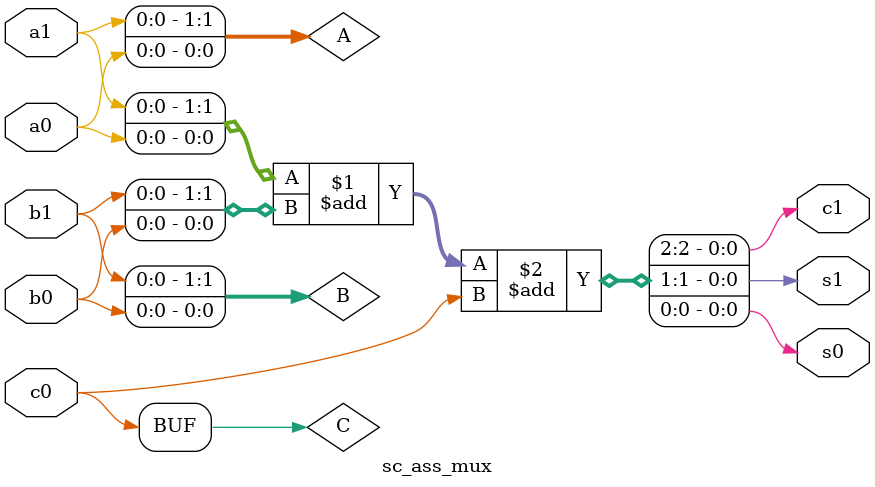
<source format=v>
`timescale 1ns/1ns

module sc_ass_mux(input a1 , a0 , b1 , b0 , c0 , output c1 , s1 , s0);
	reg [1:0] A, B;
	reg C;
	assign A = {a1 , a0};
	assign B = {b1 , b0};
	assign C = {c0};
	assign #30 {c1 , s1 , s0} = A + B + C;
endmodule

</source>
